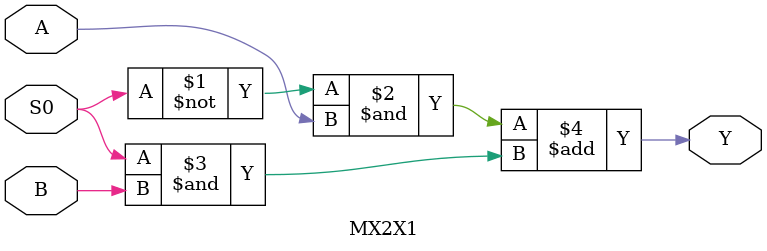
<source format=v>


module MX2X1 (Y, A, B, S0);
	output Y;
	input A, B, S0;

	assign Y = ((~S0) & A) + (S0 & B );

endmodule

</source>
